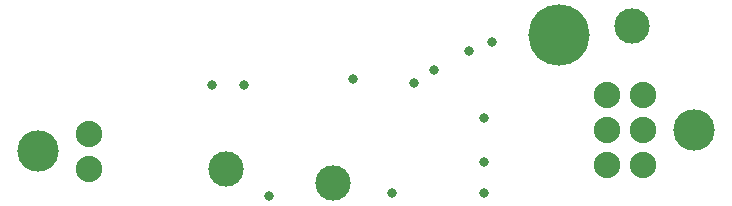
<source format=gbs>
G04*
G04 #@! TF.GenerationSoftware,Altium Limited,Altium Designer,20.1.8 (145)*
G04*
G04 Layer_Color=16711935*
%FSLAX25Y25*%
%MOIN*%
G70*
G04*
G04 #@! TF.SameCoordinates,21E5CCAA-87AA-48E4-8A7B-6489D773F89B*
G04*
G04*
G04 #@! TF.FilePolarity,Negative*
G04*
G01*
G75*
%ADD16C,0.11811*%
%ADD24C,0.08800*%
%ADD25C,0.13811*%
%ADD26C,0.20472*%
%ADD27C,0.03162*%
D16*
X284252Y420472D02*
D03*
X148819Y372835D02*
D03*
X184646Y368110D02*
D03*
D24*
X103220Y384646D02*
D03*
Y372835D02*
D03*
X287795Y374016D02*
D03*
X275976D02*
D03*
X275976Y385827D02*
D03*
X275976Y397638D02*
D03*
X287795Y385827D02*
D03*
X287795Y397638D02*
D03*
D25*
X86221Y378740D02*
D03*
X304795Y385827D02*
D03*
D26*
X259842Y417323D02*
D03*
D27*
X234763Y389891D02*
D03*
X234768Y375062D02*
D03*
X234878Y364924D02*
D03*
X229917Y412018D02*
D03*
X237495Y415075D02*
D03*
X144009Y400792D02*
D03*
X204331Y364961D02*
D03*
X218110Y405905D02*
D03*
X211417Y401575D02*
D03*
X191236Y402912D02*
D03*
X154724Y400787D02*
D03*
X163227Y363702D02*
D03*
M02*

</source>
